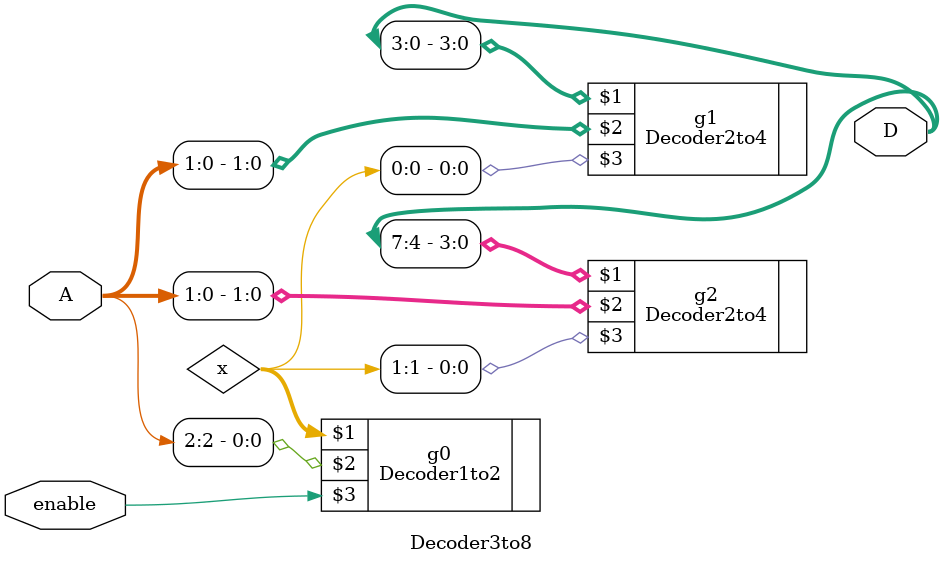
<source format=sv>
module Decoder3to8 (output wire [7:0] D, input wire [2:0] A, input wire enable);

wire [1:0] x;

Decoder1to2 g0 (x[1:0], A[2], enable);
Decoder2to4 g1(D[3:0], A[1:0], x[0]);
Decoder2to4 g2(D[7:4], A[1:0], x[1]);

endmodule
</source>
